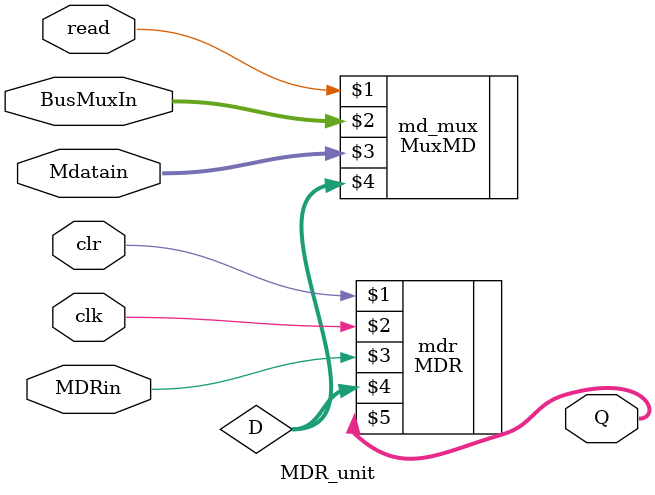
<source format=v>
module MDR_unit(input read, clk, MDRin, clr, input [31:0] BusMuxIn, Mdatain, output [31:0] Q);
   wire [31:0] D;
   
	// MDRin is a 1 or 0 control signal telling the MDR that its being given an update to accept
	
   MuxMD md_mux(read, BusMuxIn, Mdatain, D);
   MDR mdr(clr, clk, MDRin, D, Q);
   
endmodule // MDR_unit

</source>
